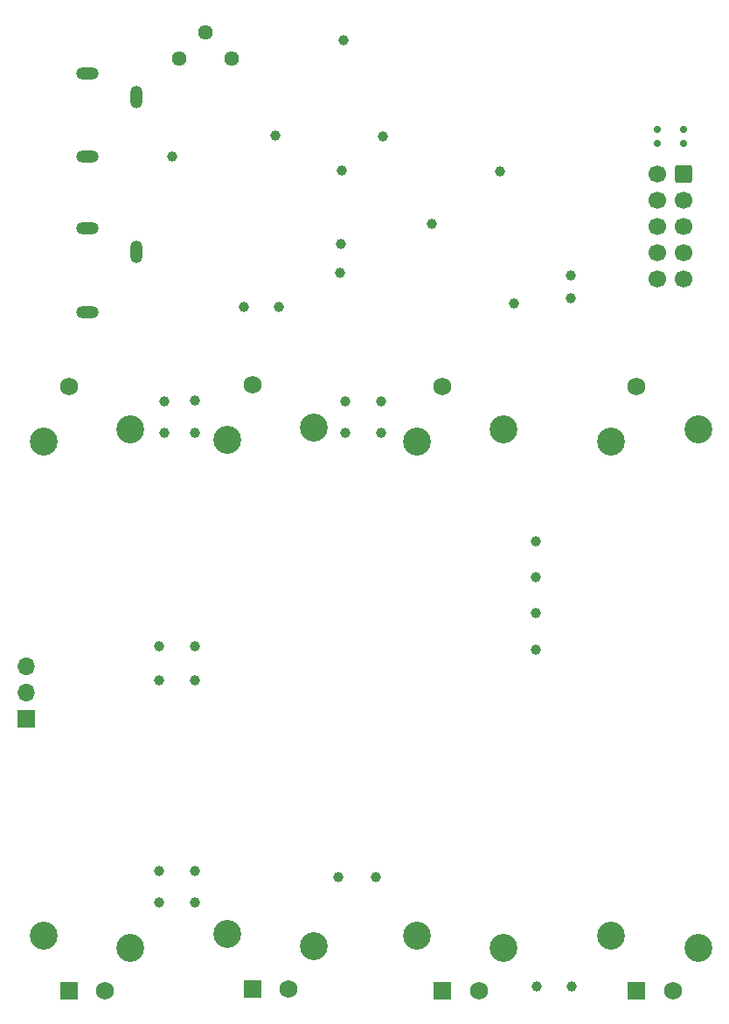
<source format=gbr>
%TF.GenerationSoftware,KiCad,Pcbnew,7.0.9*%
%TF.CreationDate,2024-06-29T17:01:07+12:00*%
%TF.ProjectId,ADSR Envelope,41445352-2045-46e7-9665-6c6f70652e6b,rev?*%
%TF.SameCoordinates,Original*%
%TF.FileFunction,Soldermask,Top*%
%TF.FilePolarity,Negative*%
%FSLAX46Y46*%
G04 Gerber Fmt 4.6, Leading zero omitted, Abs format (unit mm)*
G04 Created by KiCad (PCBNEW 7.0.9) date 2024-06-29 17:01:07*
%MOMM*%
%LPD*%
G01*
G04 APERTURE LIST*
G04 Aperture macros list*
%AMRoundRect*
0 Rectangle with rounded corners*
0 $1 Rounding radius*
0 $2 $3 $4 $5 $6 $7 $8 $9 X,Y pos of 4 corners*
0 Add a 4 corners polygon primitive as box body*
4,1,4,$2,$3,$4,$5,$6,$7,$8,$9,$2,$3,0*
0 Add four circle primitives for the rounded corners*
1,1,$1+$1,$2,$3*
1,1,$1+$1,$4,$5*
1,1,$1+$1,$6,$7*
1,1,$1+$1,$8,$9*
0 Add four rect primitives between the rounded corners*
20,1,$1+$1,$2,$3,$4,$5,0*
20,1,$1+$1,$4,$5,$6,$7,0*
20,1,$1+$1,$6,$7,$8,$9,0*
20,1,$1+$1,$8,$9,$2,$3,0*%
G04 Aperture macros list end*
%ADD10R,1.700000X1.700000*%
%ADD11O,1.700000X1.700000*%
%ADD12C,1.000000*%
%ADD13R,1.750000X1.750000*%
%ADD14C,1.750000*%
%ADD15C,2.700000*%
%ADD16RoundRect,0.150000X0.200000X-0.150000X0.200000X0.150000X-0.200000X0.150000X-0.200000X-0.150000X0*%
%ADD17RoundRect,0.150000X-0.200000X0.150000X-0.200000X-0.150000X0.200000X-0.150000X0.200000X0.150000X0*%
%ADD18O,2.200000X1.200000*%
%ADD19O,1.200000X2.200000*%
%ADD20RoundRect,0.250000X0.600000X0.600000X-0.600000X0.600000X-0.600000X-0.600000X0.600000X-0.600000X0*%
%ADD21C,1.700000*%
%ADD22C,1.440000*%
G04 APERTURE END LIST*
D10*
%TO.C,J4*%
X111125000Y-114725000D03*
D11*
X111125000Y-112185000D03*
X111125000Y-109645000D03*
%TD*%
D12*
%TO.C,TP33*%
X141500000Y-71500000D03*
%TD*%
%TO.C,TP36*%
X132200000Y-74800000D03*
%TD*%
%TO.C,TP29*%
X163900000Y-74000000D03*
%TD*%
D13*
%TO.C,RV9*%
X170250000Y-141020000D03*
D14*
X173750000Y-141020000D03*
X170250000Y-82520000D03*
D15*
X176200000Y-136870000D03*
X167800000Y-135670000D03*
X167800000Y-87870000D03*
X176200000Y-86670000D03*
%TD*%
D12*
%TO.C,TP19*%
X164000000Y-140600000D03*
%TD*%
%TO.C,TP14*%
X160500000Y-104500000D03*
%TD*%
%TO.C,TP26*%
X135300000Y-58200000D03*
%TD*%
%TO.C,TP30*%
X135600000Y-74800000D03*
%TD*%
%TO.C,TP32*%
X160500000Y-108000000D03*
%TD*%
%TO.C,TP11*%
X145500000Y-84000000D03*
%TD*%
D16*
%TO.C,D8*%
X174800000Y-57600000D03*
X174800000Y-59000000D03*
%TD*%
D12*
%TO.C,TP20*%
X160600000Y-140600000D03*
%TD*%
%TO.C,TP34*%
X157000000Y-61700000D03*
%TD*%
D17*
%TO.C,D9*%
X172300000Y-59000000D03*
X172300000Y-57600000D03*
%TD*%
D12*
%TO.C,TP3*%
X127500000Y-107700000D03*
%TD*%
%TO.C,TP22*%
X141400000Y-130000000D03*
%TD*%
%TO.C,TP17*%
X124000000Y-129400000D03*
%TD*%
D18*
%TO.C,J2*%
X117100000Y-67200000D03*
X117100000Y-75300000D03*
D19*
X121800000Y-69500000D03*
%TD*%
D13*
%TO.C,RV6*%
X115250000Y-141020000D03*
D14*
X118750000Y-141020000D03*
X115250000Y-82520000D03*
D15*
X121200000Y-136870000D03*
X112800000Y-135670000D03*
X112800000Y-87870000D03*
X121200000Y-86670000D03*
%TD*%
D12*
%TO.C,TP5*%
X124500000Y-84000000D03*
%TD*%
%TO.C,TP15*%
X127500000Y-129400000D03*
%TD*%
%TO.C,TP2*%
X124000000Y-107700000D03*
%TD*%
%TO.C,TP35*%
X158400000Y-74500000D03*
%TD*%
%TO.C,TP23*%
X141900000Y-49000000D03*
%TD*%
%TO.C,TP27*%
X150400000Y-66800000D03*
%TD*%
%TO.C,TP28*%
X163900000Y-71800000D03*
%TD*%
%TO.C,TP9*%
X142000000Y-84000000D03*
%TD*%
D13*
%TO.C,RV7*%
X133050000Y-140890000D03*
D14*
X136550000Y-140890000D03*
X133050000Y-82390000D03*
D15*
X139000000Y-136740000D03*
X130600000Y-135540000D03*
X130600000Y-87740000D03*
X139000000Y-86540000D03*
%TD*%
D12*
%TO.C,TP25*%
X145700000Y-58300000D03*
%TD*%
%TO.C,TP37*%
X141600000Y-68700000D03*
%TD*%
%TO.C,TP10*%
X142000000Y-87000000D03*
%TD*%
%TO.C,TP7*%
X127500000Y-83900000D03*
%TD*%
%TO.C,TP16*%
X127500000Y-132500000D03*
%TD*%
%TO.C,TP21*%
X145000000Y-130000000D03*
%TD*%
%TO.C,TP24*%
X141700000Y-61600000D03*
%TD*%
%TO.C,TP18*%
X124000000Y-132500000D03*
%TD*%
D18*
%TO.C,J1*%
X117100000Y-52200000D03*
X117100000Y-60300000D03*
D19*
X121800000Y-54500000D03*
%TD*%
D12*
%TO.C,TP38*%
X125300000Y-60300000D03*
%TD*%
%TO.C,TP13*%
X160500000Y-101000000D03*
%TD*%
D13*
%TO.C,RV8*%
X151450000Y-141020000D03*
D14*
X154950000Y-141020000D03*
X151450000Y-82520000D03*
D15*
X157400000Y-136870000D03*
X149000000Y-135670000D03*
X149000000Y-87870000D03*
X157400000Y-86670000D03*
%TD*%
D12*
%TO.C,TP1*%
X124000000Y-111000000D03*
%TD*%
%TO.C,TP12*%
X145500000Y-87000000D03*
%TD*%
%TO.C,TP31*%
X160500000Y-97500000D03*
%TD*%
%TO.C,TP8*%
X127500000Y-87000000D03*
%TD*%
%TO.C,TP6*%
X124500000Y-87000000D03*
%TD*%
%TO.C,TP4*%
X127500000Y-111000000D03*
%TD*%
D20*
%TO.C,J3*%
X174790000Y-61920000D03*
D21*
X172250000Y-61920000D03*
X174790000Y-64460000D03*
X172250000Y-64460000D03*
X174790000Y-67000000D03*
X172250000Y-67000000D03*
X174790000Y-69540000D03*
X172250000Y-69540000D03*
X174790000Y-72080000D03*
X172250000Y-72080000D03*
%TD*%
D22*
%TO.C,RV5*%
X131000000Y-50750000D03*
X128460000Y-48210000D03*
X125920000Y-50750000D03*
%TD*%
M02*

</source>
